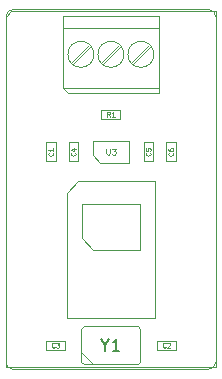
<source format=gbr>
%TF.GenerationSoftware,KiCad,Pcbnew,5.1.5+dfsg1-2~bpo10+1*%
%TF.CreationDate,Date%
%TF.ProjectId,ProMicro_BUS,50726f4d-6963-4726-9f5f-4255532e6b69,v1.2*%
%TF.SameCoordinates,Original*%
%TF.FileFunction,Other,Fab,Top*%
%FSLAX45Y45*%
G04 Gerber Fmt 4.5, Leading zero omitted, Abs format (unit mm)*
G04 Created by KiCad*
%MOMM*%
%LPD*%
G04 APERTURE LIST*
%ADD10C,0.100000*%
%ADD11C,0.060000*%
%ADD12C,0.150000*%
%ADD13C,0.075000*%
G04 APERTURE END LIST*
D10*
X1651000Y63500D02*
X1651000Y-2857500D01*
X-127000Y-2857500D02*
X-127000Y63500D01*
X-63500Y-2921000D02*
G75*
G02X-127000Y-2857500I0J63500D01*
G01*
X1651000Y-2857500D02*
G75*
G02X1587500Y-2921000I-63500J0D01*
G01*
X1587500Y127000D02*
G75*
G02X1651000Y63500I0J-63500D01*
G01*
X-127000Y63500D02*
G75*
G02X-63500Y127000I63500J0D01*
G01*
X1587500Y-2921000D02*
X-63500Y-2921000D01*
X-63500Y127000D02*
X1587500Y127000D01*
X1650000Y-2905000D02*
X-127000Y-2905000D01*
X-127000Y-2905000D02*
X-127000Y60000D01*
X-80000Y110000D02*
X-127000Y60000D01*
X-80000Y110000D02*
X1650000Y110000D01*
X1650000Y110000D02*
X1650000Y-2905000D01*
X517000Y-1812000D02*
X517000Y-1519500D01*
X517000Y-1519500D02*
X1007000Y-1519500D01*
X1007000Y-1519500D02*
X1007000Y-1909500D01*
X1007000Y-1909500D02*
X614500Y-1909500D01*
X614500Y-1909500D02*
X517000Y-1812000D01*
X1310000Y-999500D02*
X1310000Y-1159500D01*
X1230000Y-999500D02*
X1310000Y-999500D01*
X1230000Y-1159500D02*
X1230000Y-999500D01*
X1310000Y-1159500D02*
X1230000Y-1159500D01*
X1119500Y-999500D02*
X1119500Y-1159500D01*
X1039500Y-999500D02*
X1119500Y-999500D01*
X1039500Y-1159500D02*
X1039500Y-999500D01*
X1119500Y-1159500D02*
X1039500Y-1159500D01*
X294000Y-999500D02*
X294000Y-1159500D01*
X214000Y-999500D02*
X294000Y-999500D01*
X214000Y-1159500D02*
X214000Y-999500D01*
X294000Y-1159500D02*
X214000Y-1159500D01*
X512000Y-2777800D02*
X612000Y-2877800D01*
X512000Y-2577800D02*
X532000Y-2557800D01*
X512000Y-2857800D02*
X512000Y-2577800D01*
X532000Y-2877800D02*
X512000Y-2857800D01*
X992000Y-2877800D02*
X532000Y-2877800D01*
X1012000Y-2857800D02*
X992000Y-2877800D01*
X1012000Y-2577800D02*
X1012000Y-2857800D01*
X992000Y-2557800D02*
X1012000Y-2577800D01*
X532000Y-2557800D02*
X992000Y-2557800D01*
X212100Y-2677800D02*
X372100Y-2677800D01*
X212100Y-2757800D02*
X212100Y-2677800D01*
X372100Y-2757800D02*
X212100Y-2757800D01*
X372100Y-2677800D02*
X372100Y-2757800D01*
X1151900Y-2677800D02*
X1311900Y-2677800D01*
X1151900Y-2757800D02*
X1151900Y-2677800D01*
X1311900Y-2757800D02*
X1151900Y-2757800D01*
X1311900Y-2677800D02*
X1311900Y-2757800D01*
X607000Y-989500D02*
X917000Y-989500D01*
X917000Y-989500D02*
X917000Y-1169500D01*
X672000Y-1169500D02*
X917000Y-1169500D01*
X607000Y-989500D02*
X607000Y-1104500D01*
X672000Y-1169500D02*
X607000Y-1104500D01*
X487000Y-1327500D02*
X1137000Y-1327500D01*
X1137000Y-1327500D02*
X1137000Y-2482500D01*
X1137000Y-2482500D02*
X387000Y-2482500D01*
X387000Y-2482500D02*
X387000Y-1427500D01*
X387000Y-1427500D02*
X487000Y-1327500D01*
X682000Y-802000D02*
X682000Y-722000D01*
X682000Y-722000D02*
X842000Y-722000D01*
X842000Y-722000D02*
X842000Y-802000D01*
X842000Y-802000D02*
X682000Y-802000D01*
X618000Y-254000D02*
G75*
G03X618000Y-254000I-110000J0D01*
G01*
X872000Y-254000D02*
G75*
G03X872000Y-254000I-110000J0D01*
G01*
X1126000Y-254000D02*
G75*
G03X1126000Y-254000I-110000J0D01*
G01*
X358000Y71000D02*
X1166000Y71000D01*
X1166000Y71000D02*
X1166000Y-579000D01*
X1166000Y-579000D02*
X398000Y-579000D01*
X398000Y-579000D02*
X358000Y-539000D01*
X358000Y-539000D02*
X358000Y71000D01*
X358000Y-539000D02*
X1166000Y-539000D01*
X358000Y-29000D02*
X1166000Y-29000D01*
X591500Y-184000D02*
X437900Y-337500D01*
X578100Y-170500D02*
X424500Y-324000D01*
X845500Y-184000D02*
X692000Y-337500D01*
X832100Y-170500D02*
X678600Y-324000D01*
X1099500Y-184000D02*
X946000Y-337500D01*
X1086100Y-170500D02*
X932600Y-324000D01*
X484500Y-999500D02*
X484500Y-1159500D01*
X404500Y-999500D02*
X484500Y-999500D01*
X404500Y-1159500D02*
X404500Y-999500D01*
X484500Y-1159500D02*
X404500Y-1159500D01*
D11*
X1284286Y-1086167D02*
X1286190Y-1088071D01*
X1288095Y-1093786D01*
X1288095Y-1097595D01*
X1286190Y-1103310D01*
X1282381Y-1107119D01*
X1278571Y-1109024D01*
X1270952Y-1110929D01*
X1265238Y-1110929D01*
X1257619Y-1109024D01*
X1253810Y-1107119D01*
X1250000Y-1103310D01*
X1248095Y-1097595D01*
X1248095Y-1093786D01*
X1250000Y-1088071D01*
X1251905Y-1086167D01*
X1248095Y-1051881D02*
X1248095Y-1059500D01*
X1250000Y-1063310D01*
X1251905Y-1065214D01*
X1257619Y-1069024D01*
X1265238Y-1070929D01*
X1280476Y-1070929D01*
X1284286Y-1069024D01*
X1286190Y-1067119D01*
X1288095Y-1063310D01*
X1288095Y-1055690D01*
X1286190Y-1051881D01*
X1284286Y-1049976D01*
X1280476Y-1048071D01*
X1270952Y-1048071D01*
X1267143Y-1049976D01*
X1265238Y-1051881D01*
X1263333Y-1055690D01*
X1263333Y-1063310D01*
X1265238Y-1067119D01*
X1267143Y-1069024D01*
X1270952Y-1070929D01*
X1093786Y-1086167D02*
X1095690Y-1088071D01*
X1097595Y-1093786D01*
X1097595Y-1097595D01*
X1095690Y-1103310D01*
X1091881Y-1107119D01*
X1088071Y-1109024D01*
X1080452Y-1110929D01*
X1074738Y-1110929D01*
X1067119Y-1109024D01*
X1063310Y-1107119D01*
X1059500Y-1103310D01*
X1057595Y-1097595D01*
X1057595Y-1093786D01*
X1059500Y-1088071D01*
X1061405Y-1086167D01*
X1057595Y-1049976D02*
X1057595Y-1069024D01*
X1076643Y-1070929D01*
X1074738Y-1069024D01*
X1072833Y-1065214D01*
X1072833Y-1055690D01*
X1074738Y-1051881D01*
X1076643Y-1049976D01*
X1080452Y-1048071D01*
X1089976Y-1048071D01*
X1093786Y-1049976D01*
X1095690Y-1051881D01*
X1097595Y-1055690D01*
X1097595Y-1065214D01*
X1095690Y-1069024D01*
X1093786Y-1070929D01*
X268286Y-1086167D02*
X270190Y-1088071D01*
X272095Y-1093786D01*
X272095Y-1097595D01*
X270190Y-1103310D01*
X266381Y-1107119D01*
X262571Y-1109024D01*
X254952Y-1110929D01*
X249238Y-1110929D01*
X241619Y-1109024D01*
X237809Y-1107119D01*
X234000Y-1103310D01*
X232095Y-1097595D01*
X232095Y-1093786D01*
X234000Y-1088071D01*
X235905Y-1086167D01*
X272095Y-1048071D02*
X272095Y-1070929D01*
X272095Y-1059500D02*
X232095Y-1059500D01*
X237809Y-1063310D01*
X241619Y-1067119D01*
X243524Y-1070929D01*
D12*
X714381Y-2715419D02*
X714381Y-2763038D01*
X681048Y-2663038D02*
X714381Y-2715419D01*
X747714Y-2663038D01*
X833428Y-2763038D02*
X776286Y-2763038D01*
X804857Y-2763038D02*
X804857Y-2663038D01*
X795333Y-2677324D01*
X785809Y-2686848D01*
X776286Y-2691610D01*
D11*
X285433Y-2732086D02*
X283529Y-2733990D01*
X277814Y-2735895D01*
X274005Y-2735895D01*
X268290Y-2733990D01*
X264481Y-2730181D01*
X262576Y-2726371D01*
X260671Y-2718752D01*
X260671Y-2713038D01*
X262576Y-2705419D01*
X264481Y-2701610D01*
X268290Y-2697800D01*
X274005Y-2695895D01*
X277814Y-2695895D01*
X283529Y-2697800D01*
X285433Y-2699705D01*
X298767Y-2695895D02*
X323529Y-2695895D01*
X310195Y-2711133D01*
X315910Y-2711133D01*
X319719Y-2713038D01*
X321624Y-2714943D01*
X323529Y-2718752D01*
X323529Y-2728276D01*
X321624Y-2732086D01*
X319719Y-2733990D01*
X315910Y-2735895D01*
X304481Y-2735895D01*
X300671Y-2733990D01*
X298767Y-2732086D01*
X1225233Y-2732086D02*
X1223329Y-2733990D01*
X1217614Y-2735895D01*
X1213805Y-2735895D01*
X1208090Y-2733990D01*
X1204281Y-2730181D01*
X1202376Y-2726371D01*
X1200471Y-2718752D01*
X1200471Y-2713038D01*
X1202376Y-2705419D01*
X1204281Y-2701610D01*
X1208090Y-2697800D01*
X1213805Y-2695895D01*
X1217614Y-2695895D01*
X1223329Y-2697800D01*
X1225233Y-2699705D01*
X1240471Y-2699705D02*
X1242376Y-2697800D01*
X1246186Y-2695895D01*
X1255710Y-2695895D01*
X1259519Y-2697800D01*
X1261424Y-2699705D01*
X1263329Y-2703514D01*
X1263329Y-2707324D01*
X1261424Y-2713038D01*
X1238567Y-2735895D01*
X1263329Y-2735895D01*
D13*
X723905Y-1052119D02*
X723905Y-1092595D01*
X726286Y-1097357D01*
X728667Y-1099738D01*
X733428Y-1102119D01*
X742952Y-1102119D01*
X747714Y-1099738D01*
X750095Y-1097357D01*
X752476Y-1092595D01*
X752476Y-1052119D01*
X771524Y-1052119D02*
X802476Y-1052119D01*
X785809Y-1071167D01*
X792952Y-1071167D01*
X797714Y-1073548D01*
X800095Y-1075929D01*
X802476Y-1080690D01*
X802476Y-1092595D01*
X800095Y-1097357D01*
X797714Y-1099738D01*
X792952Y-1102119D01*
X778667Y-1102119D01*
X773905Y-1099738D01*
X771524Y-1097357D01*
D11*
X755333Y-780095D02*
X742000Y-761048D01*
X732476Y-780095D02*
X732476Y-740095D01*
X747714Y-740095D01*
X751524Y-742000D01*
X753428Y-743905D01*
X755333Y-747714D01*
X755333Y-753428D01*
X753428Y-757238D01*
X751524Y-759143D01*
X747714Y-761048D01*
X732476Y-761048D01*
X793428Y-780095D02*
X770571Y-780095D01*
X782000Y-780095D02*
X782000Y-740095D01*
X778190Y-745809D01*
X774381Y-749619D01*
X770571Y-751524D01*
X458786Y-1086167D02*
X460690Y-1088071D01*
X462595Y-1093786D01*
X462595Y-1097595D01*
X460690Y-1103310D01*
X456881Y-1107119D01*
X453071Y-1109024D01*
X445452Y-1110929D01*
X439738Y-1110929D01*
X432119Y-1109024D01*
X428309Y-1107119D01*
X424500Y-1103310D01*
X422595Y-1097595D01*
X422595Y-1093786D01*
X424500Y-1088071D01*
X426405Y-1086167D01*
X435928Y-1051881D02*
X462595Y-1051881D01*
X420690Y-1061405D02*
X449262Y-1070929D01*
X449262Y-1046167D01*
M02*

</source>
